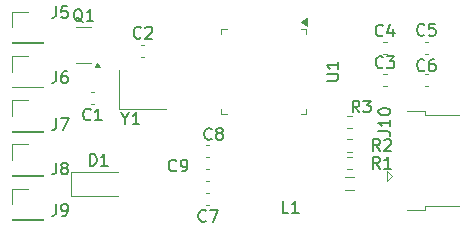
<source format=gbr>
%TF.GenerationSoftware,KiCad,Pcbnew,8.0.4+dfsg-1*%
%TF.CreationDate,2024-12-18T14:37:18+00:00*%
%TF.ProjectId,single-sided-radio-interface,73696e67-6c65-42d7-9369-6465642d7261,rev?*%
%TF.SameCoordinates,Original*%
%TF.FileFunction,Legend,Top*%
%TF.FilePolarity,Positive*%
%FSLAX46Y46*%
G04 Gerber Fmt 4.6, Leading zero omitted, Abs format (unit mm)*
G04 Created by KiCad (PCBNEW 8.0.4+dfsg-1) date 2024-12-18 14:37:18*
%MOMM*%
%LPD*%
G01*
G04 APERTURE LIST*
%ADD10C,0.150000*%
%ADD11C,0.120000*%
G04 APERTURE END LIST*
D10*
X84273809Y-66978628D02*
X84273809Y-67454819D01*
X83940476Y-66454819D02*
X84273809Y-66978628D01*
X84273809Y-66978628D02*
X84607142Y-66454819D01*
X85464285Y-67454819D02*
X84892857Y-67454819D01*
X85178571Y-67454819D02*
X85178571Y-66454819D01*
X85178571Y-66454819D02*
X85083333Y-66597676D01*
X85083333Y-66597676D02*
X84988095Y-66692914D01*
X84988095Y-66692914D02*
X84892857Y-66740533D01*
X109583333Y-59859580D02*
X109535714Y-59907200D01*
X109535714Y-59907200D02*
X109392857Y-59954819D01*
X109392857Y-59954819D02*
X109297619Y-59954819D01*
X109297619Y-59954819D02*
X109154762Y-59907200D01*
X109154762Y-59907200D02*
X109059524Y-59811961D01*
X109059524Y-59811961D02*
X109011905Y-59716723D01*
X109011905Y-59716723D02*
X108964286Y-59526247D01*
X108964286Y-59526247D02*
X108964286Y-59383390D01*
X108964286Y-59383390D02*
X109011905Y-59192914D01*
X109011905Y-59192914D02*
X109059524Y-59097676D01*
X109059524Y-59097676D02*
X109154762Y-59002438D01*
X109154762Y-59002438D02*
X109297619Y-58954819D01*
X109297619Y-58954819D02*
X109392857Y-58954819D01*
X109392857Y-58954819D02*
X109535714Y-59002438D01*
X109535714Y-59002438D02*
X109583333Y-59050057D01*
X110488095Y-58954819D02*
X110011905Y-58954819D01*
X110011905Y-58954819D02*
X109964286Y-59431009D01*
X109964286Y-59431009D02*
X110011905Y-59383390D01*
X110011905Y-59383390D02*
X110107143Y-59335771D01*
X110107143Y-59335771D02*
X110345238Y-59335771D01*
X110345238Y-59335771D02*
X110440476Y-59383390D01*
X110440476Y-59383390D02*
X110488095Y-59431009D01*
X110488095Y-59431009D02*
X110535714Y-59526247D01*
X110535714Y-59526247D02*
X110535714Y-59764342D01*
X110535714Y-59764342D02*
X110488095Y-59859580D01*
X110488095Y-59859580D02*
X110440476Y-59907200D01*
X110440476Y-59907200D02*
X110345238Y-59954819D01*
X110345238Y-59954819D02*
X110107143Y-59954819D01*
X110107143Y-59954819D02*
X110011905Y-59907200D01*
X110011905Y-59907200D02*
X109964286Y-59859580D01*
X80654761Y-58800057D02*
X80559523Y-58752438D01*
X80559523Y-58752438D02*
X80464285Y-58657200D01*
X80464285Y-58657200D02*
X80321428Y-58514342D01*
X80321428Y-58514342D02*
X80226190Y-58466723D01*
X80226190Y-58466723D02*
X80130952Y-58466723D01*
X80178571Y-58704819D02*
X80083333Y-58657200D01*
X80083333Y-58657200D02*
X79988095Y-58561961D01*
X79988095Y-58561961D02*
X79940476Y-58371485D01*
X79940476Y-58371485D02*
X79940476Y-58038152D01*
X79940476Y-58038152D02*
X79988095Y-57847676D01*
X79988095Y-57847676D02*
X80083333Y-57752438D01*
X80083333Y-57752438D02*
X80178571Y-57704819D01*
X80178571Y-57704819D02*
X80369047Y-57704819D01*
X80369047Y-57704819D02*
X80464285Y-57752438D01*
X80464285Y-57752438D02*
X80559523Y-57847676D01*
X80559523Y-57847676D02*
X80607142Y-58038152D01*
X80607142Y-58038152D02*
X80607142Y-58371485D01*
X80607142Y-58371485D02*
X80559523Y-58561961D01*
X80559523Y-58561961D02*
X80464285Y-58657200D01*
X80464285Y-58657200D02*
X80369047Y-58704819D01*
X80369047Y-58704819D02*
X80178571Y-58704819D01*
X81559523Y-58704819D02*
X80988095Y-58704819D01*
X81273809Y-58704819D02*
X81273809Y-57704819D01*
X81273809Y-57704819D02*
X81178571Y-57847676D01*
X81178571Y-57847676D02*
X81083333Y-57942914D01*
X81083333Y-57942914D02*
X80988095Y-57990533D01*
X98083333Y-74954819D02*
X97607143Y-74954819D01*
X97607143Y-74954819D02*
X97607143Y-73954819D01*
X98940476Y-74954819D02*
X98369048Y-74954819D01*
X98654762Y-74954819D02*
X98654762Y-73954819D01*
X98654762Y-73954819D02*
X98559524Y-74097676D01*
X98559524Y-74097676D02*
X98464286Y-74192914D01*
X98464286Y-74192914D02*
X98369048Y-74240533D01*
X78416666Y-62954819D02*
X78416666Y-63669104D01*
X78416666Y-63669104D02*
X78369047Y-63811961D01*
X78369047Y-63811961D02*
X78273809Y-63907200D01*
X78273809Y-63907200D02*
X78130952Y-63954819D01*
X78130952Y-63954819D02*
X78035714Y-63954819D01*
X79321428Y-62954819D02*
X79130952Y-62954819D01*
X79130952Y-62954819D02*
X79035714Y-63002438D01*
X79035714Y-63002438D02*
X78988095Y-63050057D01*
X78988095Y-63050057D02*
X78892857Y-63192914D01*
X78892857Y-63192914D02*
X78845238Y-63383390D01*
X78845238Y-63383390D02*
X78845238Y-63764342D01*
X78845238Y-63764342D02*
X78892857Y-63859580D01*
X78892857Y-63859580D02*
X78940476Y-63907200D01*
X78940476Y-63907200D02*
X79035714Y-63954819D01*
X79035714Y-63954819D02*
X79226190Y-63954819D01*
X79226190Y-63954819D02*
X79321428Y-63907200D01*
X79321428Y-63907200D02*
X79369047Y-63859580D01*
X79369047Y-63859580D02*
X79416666Y-63764342D01*
X79416666Y-63764342D02*
X79416666Y-63526247D01*
X79416666Y-63526247D02*
X79369047Y-63431009D01*
X79369047Y-63431009D02*
X79321428Y-63383390D01*
X79321428Y-63383390D02*
X79226190Y-63335771D01*
X79226190Y-63335771D02*
X79035714Y-63335771D01*
X79035714Y-63335771D02*
X78940476Y-63383390D01*
X78940476Y-63383390D02*
X78892857Y-63431009D01*
X78892857Y-63431009D02*
X78845238Y-63526247D01*
X106083333Y-62609580D02*
X106035714Y-62657200D01*
X106035714Y-62657200D02*
X105892857Y-62704819D01*
X105892857Y-62704819D02*
X105797619Y-62704819D01*
X105797619Y-62704819D02*
X105654762Y-62657200D01*
X105654762Y-62657200D02*
X105559524Y-62561961D01*
X105559524Y-62561961D02*
X105511905Y-62466723D01*
X105511905Y-62466723D02*
X105464286Y-62276247D01*
X105464286Y-62276247D02*
X105464286Y-62133390D01*
X105464286Y-62133390D02*
X105511905Y-61942914D01*
X105511905Y-61942914D02*
X105559524Y-61847676D01*
X105559524Y-61847676D02*
X105654762Y-61752438D01*
X105654762Y-61752438D02*
X105797619Y-61704819D01*
X105797619Y-61704819D02*
X105892857Y-61704819D01*
X105892857Y-61704819D02*
X106035714Y-61752438D01*
X106035714Y-61752438D02*
X106083333Y-61800057D01*
X106416667Y-61704819D02*
X107035714Y-61704819D01*
X107035714Y-61704819D02*
X106702381Y-62085771D01*
X106702381Y-62085771D02*
X106845238Y-62085771D01*
X106845238Y-62085771D02*
X106940476Y-62133390D01*
X106940476Y-62133390D02*
X106988095Y-62181009D01*
X106988095Y-62181009D02*
X107035714Y-62276247D01*
X107035714Y-62276247D02*
X107035714Y-62514342D01*
X107035714Y-62514342D02*
X106988095Y-62609580D01*
X106988095Y-62609580D02*
X106940476Y-62657200D01*
X106940476Y-62657200D02*
X106845238Y-62704819D01*
X106845238Y-62704819D02*
X106559524Y-62704819D01*
X106559524Y-62704819D02*
X106464286Y-62657200D01*
X106464286Y-62657200D02*
X106416667Y-62609580D01*
X88583333Y-71359580D02*
X88535714Y-71407200D01*
X88535714Y-71407200D02*
X88392857Y-71454819D01*
X88392857Y-71454819D02*
X88297619Y-71454819D01*
X88297619Y-71454819D02*
X88154762Y-71407200D01*
X88154762Y-71407200D02*
X88059524Y-71311961D01*
X88059524Y-71311961D02*
X88011905Y-71216723D01*
X88011905Y-71216723D02*
X87964286Y-71026247D01*
X87964286Y-71026247D02*
X87964286Y-70883390D01*
X87964286Y-70883390D02*
X88011905Y-70692914D01*
X88011905Y-70692914D02*
X88059524Y-70597676D01*
X88059524Y-70597676D02*
X88154762Y-70502438D01*
X88154762Y-70502438D02*
X88297619Y-70454819D01*
X88297619Y-70454819D02*
X88392857Y-70454819D01*
X88392857Y-70454819D02*
X88535714Y-70502438D01*
X88535714Y-70502438D02*
X88583333Y-70550057D01*
X89059524Y-71454819D02*
X89250000Y-71454819D01*
X89250000Y-71454819D02*
X89345238Y-71407200D01*
X89345238Y-71407200D02*
X89392857Y-71359580D01*
X89392857Y-71359580D02*
X89488095Y-71216723D01*
X89488095Y-71216723D02*
X89535714Y-71026247D01*
X89535714Y-71026247D02*
X89535714Y-70645295D01*
X89535714Y-70645295D02*
X89488095Y-70550057D01*
X89488095Y-70550057D02*
X89440476Y-70502438D01*
X89440476Y-70502438D02*
X89345238Y-70454819D01*
X89345238Y-70454819D02*
X89154762Y-70454819D01*
X89154762Y-70454819D02*
X89059524Y-70502438D01*
X89059524Y-70502438D02*
X89011905Y-70550057D01*
X89011905Y-70550057D02*
X88964286Y-70645295D01*
X88964286Y-70645295D02*
X88964286Y-70883390D01*
X88964286Y-70883390D02*
X89011905Y-70978628D01*
X89011905Y-70978628D02*
X89059524Y-71026247D01*
X89059524Y-71026247D02*
X89154762Y-71073866D01*
X89154762Y-71073866D02*
X89345238Y-71073866D01*
X89345238Y-71073866D02*
X89440476Y-71026247D01*
X89440476Y-71026247D02*
X89488095Y-70978628D01*
X89488095Y-70978628D02*
X89535714Y-70883390D01*
X78416666Y-70704819D02*
X78416666Y-71419104D01*
X78416666Y-71419104D02*
X78369047Y-71561961D01*
X78369047Y-71561961D02*
X78273809Y-71657200D01*
X78273809Y-71657200D02*
X78130952Y-71704819D01*
X78130952Y-71704819D02*
X78035714Y-71704819D01*
X79035714Y-71133390D02*
X78940476Y-71085771D01*
X78940476Y-71085771D02*
X78892857Y-71038152D01*
X78892857Y-71038152D02*
X78845238Y-70942914D01*
X78845238Y-70942914D02*
X78845238Y-70895295D01*
X78845238Y-70895295D02*
X78892857Y-70800057D01*
X78892857Y-70800057D02*
X78940476Y-70752438D01*
X78940476Y-70752438D02*
X79035714Y-70704819D01*
X79035714Y-70704819D02*
X79226190Y-70704819D01*
X79226190Y-70704819D02*
X79321428Y-70752438D01*
X79321428Y-70752438D02*
X79369047Y-70800057D01*
X79369047Y-70800057D02*
X79416666Y-70895295D01*
X79416666Y-70895295D02*
X79416666Y-70942914D01*
X79416666Y-70942914D02*
X79369047Y-71038152D01*
X79369047Y-71038152D02*
X79321428Y-71085771D01*
X79321428Y-71085771D02*
X79226190Y-71133390D01*
X79226190Y-71133390D02*
X79035714Y-71133390D01*
X79035714Y-71133390D02*
X78940476Y-71181009D01*
X78940476Y-71181009D02*
X78892857Y-71228628D01*
X78892857Y-71228628D02*
X78845238Y-71323866D01*
X78845238Y-71323866D02*
X78845238Y-71514342D01*
X78845238Y-71514342D02*
X78892857Y-71609580D01*
X78892857Y-71609580D02*
X78940476Y-71657200D01*
X78940476Y-71657200D02*
X79035714Y-71704819D01*
X79035714Y-71704819D02*
X79226190Y-71704819D01*
X79226190Y-71704819D02*
X79321428Y-71657200D01*
X79321428Y-71657200D02*
X79369047Y-71609580D01*
X79369047Y-71609580D02*
X79416666Y-71514342D01*
X79416666Y-71514342D02*
X79416666Y-71323866D01*
X79416666Y-71323866D02*
X79369047Y-71228628D01*
X79369047Y-71228628D02*
X79321428Y-71181009D01*
X79321428Y-71181009D02*
X79226190Y-71133390D01*
X105833333Y-71204819D02*
X105500000Y-70728628D01*
X105261905Y-71204819D02*
X105261905Y-70204819D01*
X105261905Y-70204819D02*
X105642857Y-70204819D01*
X105642857Y-70204819D02*
X105738095Y-70252438D01*
X105738095Y-70252438D02*
X105785714Y-70300057D01*
X105785714Y-70300057D02*
X105833333Y-70395295D01*
X105833333Y-70395295D02*
X105833333Y-70538152D01*
X105833333Y-70538152D02*
X105785714Y-70633390D01*
X105785714Y-70633390D02*
X105738095Y-70681009D01*
X105738095Y-70681009D02*
X105642857Y-70728628D01*
X105642857Y-70728628D02*
X105261905Y-70728628D01*
X106785714Y-71204819D02*
X106214286Y-71204819D01*
X106500000Y-71204819D02*
X106500000Y-70204819D01*
X106500000Y-70204819D02*
X106404762Y-70347676D01*
X106404762Y-70347676D02*
X106309524Y-70442914D01*
X106309524Y-70442914D02*
X106214286Y-70490533D01*
X101304819Y-63761904D02*
X102114342Y-63761904D01*
X102114342Y-63761904D02*
X102209580Y-63714285D01*
X102209580Y-63714285D02*
X102257200Y-63666666D01*
X102257200Y-63666666D02*
X102304819Y-63571428D01*
X102304819Y-63571428D02*
X102304819Y-63380952D01*
X102304819Y-63380952D02*
X102257200Y-63285714D01*
X102257200Y-63285714D02*
X102209580Y-63238095D01*
X102209580Y-63238095D02*
X102114342Y-63190476D01*
X102114342Y-63190476D02*
X101304819Y-63190476D01*
X102304819Y-62190476D02*
X102304819Y-62761904D01*
X102304819Y-62476190D02*
X101304819Y-62476190D01*
X101304819Y-62476190D02*
X101447676Y-62571428D01*
X101447676Y-62571428D02*
X101542914Y-62666666D01*
X101542914Y-62666666D02*
X101590533Y-62761904D01*
X81261905Y-70954819D02*
X81261905Y-69954819D01*
X81261905Y-69954819D02*
X81500000Y-69954819D01*
X81500000Y-69954819D02*
X81642857Y-70002438D01*
X81642857Y-70002438D02*
X81738095Y-70097676D01*
X81738095Y-70097676D02*
X81785714Y-70192914D01*
X81785714Y-70192914D02*
X81833333Y-70383390D01*
X81833333Y-70383390D02*
X81833333Y-70526247D01*
X81833333Y-70526247D02*
X81785714Y-70716723D01*
X81785714Y-70716723D02*
X81738095Y-70811961D01*
X81738095Y-70811961D02*
X81642857Y-70907200D01*
X81642857Y-70907200D02*
X81500000Y-70954819D01*
X81500000Y-70954819D02*
X81261905Y-70954819D01*
X82785714Y-70954819D02*
X82214286Y-70954819D01*
X82500000Y-70954819D02*
X82500000Y-69954819D01*
X82500000Y-69954819D02*
X82404762Y-70097676D01*
X82404762Y-70097676D02*
X82309524Y-70192914D01*
X82309524Y-70192914D02*
X82214286Y-70240533D01*
X106083333Y-59929580D02*
X106035714Y-59977200D01*
X106035714Y-59977200D02*
X105892857Y-60024819D01*
X105892857Y-60024819D02*
X105797619Y-60024819D01*
X105797619Y-60024819D02*
X105654762Y-59977200D01*
X105654762Y-59977200D02*
X105559524Y-59881961D01*
X105559524Y-59881961D02*
X105511905Y-59786723D01*
X105511905Y-59786723D02*
X105464286Y-59596247D01*
X105464286Y-59596247D02*
X105464286Y-59453390D01*
X105464286Y-59453390D02*
X105511905Y-59262914D01*
X105511905Y-59262914D02*
X105559524Y-59167676D01*
X105559524Y-59167676D02*
X105654762Y-59072438D01*
X105654762Y-59072438D02*
X105797619Y-59024819D01*
X105797619Y-59024819D02*
X105892857Y-59024819D01*
X105892857Y-59024819D02*
X106035714Y-59072438D01*
X106035714Y-59072438D02*
X106083333Y-59120057D01*
X106940476Y-59358152D02*
X106940476Y-60024819D01*
X106702381Y-58977200D02*
X106464286Y-59691485D01*
X106464286Y-59691485D02*
X107083333Y-59691485D01*
X78416666Y-57454819D02*
X78416666Y-58169104D01*
X78416666Y-58169104D02*
X78369047Y-58311961D01*
X78369047Y-58311961D02*
X78273809Y-58407200D01*
X78273809Y-58407200D02*
X78130952Y-58454819D01*
X78130952Y-58454819D02*
X78035714Y-58454819D01*
X79369047Y-57454819D02*
X78892857Y-57454819D01*
X78892857Y-57454819D02*
X78845238Y-57931009D01*
X78845238Y-57931009D02*
X78892857Y-57883390D01*
X78892857Y-57883390D02*
X78988095Y-57835771D01*
X78988095Y-57835771D02*
X79226190Y-57835771D01*
X79226190Y-57835771D02*
X79321428Y-57883390D01*
X79321428Y-57883390D02*
X79369047Y-57931009D01*
X79369047Y-57931009D02*
X79416666Y-58026247D01*
X79416666Y-58026247D02*
X79416666Y-58264342D01*
X79416666Y-58264342D02*
X79369047Y-58359580D01*
X79369047Y-58359580D02*
X79321428Y-58407200D01*
X79321428Y-58407200D02*
X79226190Y-58454819D01*
X79226190Y-58454819D02*
X78988095Y-58454819D01*
X78988095Y-58454819D02*
X78892857Y-58407200D01*
X78892857Y-58407200D02*
X78845238Y-58359580D01*
X85583333Y-60109580D02*
X85535714Y-60157200D01*
X85535714Y-60157200D02*
X85392857Y-60204819D01*
X85392857Y-60204819D02*
X85297619Y-60204819D01*
X85297619Y-60204819D02*
X85154762Y-60157200D01*
X85154762Y-60157200D02*
X85059524Y-60061961D01*
X85059524Y-60061961D02*
X85011905Y-59966723D01*
X85011905Y-59966723D02*
X84964286Y-59776247D01*
X84964286Y-59776247D02*
X84964286Y-59633390D01*
X84964286Y-59633390D02*
X85011905Y-59442914D01*
X85011905Y-59442914D02*
X85059524Y-59347676D01*
X85059524Y-59347676D02*
X85154762Y-59252438D01*
X85154762Y-59252438D02*
X85297619Y-59204819D01*
X85297619Y-59204819D02*
X85392857Y-59204819D01*
X85392857Y-59204819D02*
X85535714Y-59252438D01*
X85535714Y-59252438D02*
X85583333Y-59300057D01*
X85964286Y-59300057D02*
X86011905Y-59252438D01*
X86011905Y-59252438D02*
X86107143Y-59204819D01*
X86107143Y-59204819D02*
X86345238Y-59204819D01*
X86345238Y-59204819D02*
X86440476Y-59252438D01*
X86440476Y-59252438D02*
X86488095Y-59300057D01*
X86488095Y-59300057D02*
X86535714Y-59395295D01*
X86535714Y-59395295D02*
X86535714Y-59490533D01*
X86535714Y-59490533D02*
X86488095Y-59633390D01*
X86488095Y-59633390D02*
X85916667Y-60204819D01*
X85916667Y-60204819D02*
X86535714Y-60204819D01*
X109583333Y-62859580D02*
X109535714Y-62907200D01*
X109535714Y-62907200D02*
X109392857Y-62954819D01*
X109392857Y-62954819D02*
X109297619Y-62954819D01*
X109297619Y-62954819D02*
X109154762Y-62907200D01*
X109154762Y-62907200D02*
X109059524Y-62811961D01*
X109059524Y-62811961D02*
X109011905Y-62716723D01*
X109011905Y-62716723D02*
X108964286Y-62526247D01*
X108964286Y-62526247D02*
X108964286Y-62383390D01*
X108964286Y-62383390D02*
X109011905Y-62192914D01*
X109011905Y-62192914D02*
X109059524Y-62097676D01*
X109059524Y-62097676D02*
X109154762Y-62002438D01*
X109154762Y-62002438D02*
X109297619Y-61954819D01*
X109297619Y-61954819D02*
X109392857Y-61954819D01*
X109392857Y-61954819D02*
X109535714Y-62002438D01*
X109535714Y-62002438D02*
X109583333Y-62050057D01*
X110440476Y-61954819D02*
X110250000Y-61954819D01*
X110250000Y-61954819D02*
X110154762Y-62002438D01*
X110154762Y-62002438D02*
X110107143Y-62050057D01*
X110107143Y-62050057D02*
X110011905Y-62192914D01*
X110011905Y-62192914D02*
X109964286Y-62383390D01*
X109964286Y-62383390D02*
X109964286Y-62764342D01*
X109964286Y-62764342D02*
X110011905Y-62859580D01*
X110011905Y-62859580D02*
X110059524Y-62907200D01*
X110059524Y-62907200D02*
X110154762Y-62954819D01*
X110154762Y-62954819D02*
X110345238Y-62954819D01*
X110345238Y-62954819D02*
X110440476Y-62907200D01*
X110440476Y-62907200D02*
X110488095Y-62859580D01*
X110488095Y-62859580D02*
X110535714Y-62764342D01*
X110535714Y-62764342D02*
X110535714Y-62526247D01*
X110535714Y-62526247D02*
X110488095Y-62431009D01*
X110488095Y-62431009D02*
X110440476Y-62383390D01*
X110440476Y-62383390D02*
X110345238Y-62335771D01*
X110345238Y-62335771D02*
X110154762Y-62335771D01*
X110154762Y-62335771D02*
X110059524Y-62383390D01*
X110059524Y-62383390D02*
X110011905Y-62431009D01*
X110011905Y-62431009D02*
X109964286Y-62526247D01*
X104083333Y-66454819D02*
X103750000Y-65978628D01*
X103511905Y-66454819D02*
X103511905Y-65454819D01*
X103511905Y-65454819D02*
X103892857Y-65454819D01*
X103892857Y-65454819D02*
X103988095Y-65502438D01*
X103988095Y-65502438D02*
X104035714Y-65550057D01*
X104035714Y-65550057D02*
X104083333Y-65645295D01*
X104083333Y-65645295D02*
X104083333Y-65788152D01*
X104083333Y-65788152D02*
X104035714Y-65883390D01*
X104035714Y-65883390D02*
X103988095Y-65931009D01*
X103988095Y-65931009D02*
X103892857Y-65978628D01*
X103892857Y-65978628D02*
X103511905Y-65978628D01*
X104416667Y-65454819D02*
X105035714Y-65454819D01*
X105035714Y-65454819D02*
X104702381Y-65835771D01*
X104702381Y-65835771D02*
X104845238Y-65835771D01*
X104845238Y-65835771D02*
X104940476Y-65883390D01*
X104940476Y-65883390D02*
X104988095Y-65931009D01*
X104988095Y-65931009D02*
X105035714Y-66026247D01*
X105035714Y-66026247D02*
X105035714Y-66264342D01*
X105035714Y-66264342D02*
X104988095Y-66359580D01*
X104988095Y-66359580D02*
X104940476Y-66407200D01*
X104940476Y-66407200D02*
X104845238Y-66454819D01*
X104845238Y-66454819D02*
X104559524Y-66454819D01*
X104559524Y-66454819D02*
X104464286Y-66407200D01*
X104464286Y-66407200D02*
X104416667Y-66359580D01*
X81333333Y-67039580D02*
X81285714Y-67087200D01*
X81285714Y-67087200D02*
X81142857Y-67134819D01*
X81142857Y-67134819D02*
X81047619Y-67134819D01*
X81047619Y-67134819D02*
X80904762Y-67087200D01*
X80904762Y-67087200D02*
X80809524Y-66991961D01*
X80809524Y-66991961D02*
X80761905Y-66896723D01*
X80761905Y-66896723D02*
X80714286Y-66706247D01*
X80714286Y-66706247D02*
X80714286Y-66563390D01*
X80714286Y-66563390D02*
X80761905Y-66372914D01*
X80761905Y-66372914D02*
X80809524Y-66277676D01*
X80809524Y-66277676D02*
X80904762Y-66182438D01*
X80904762Y-66182438D02*
X81047619Y-66134819D01*
X81047619Y-66134819D02*
X81142857Y-66134819D01*
X81142857Y-66134819D02*
X81285714Y-66182438D01*
X81285714Y-66182438D02*
X81333333Y-66230057D01*
X82285714Y-67134819D02*
X81714286Y-67134819D01*
X82000000Y-67134819D02*
X82000000Y-66134819D01*
X82000000Y-66134819D02*
X81904762Y-66277676D01*
X81904762Y-66277676D02*
X81809524Y-66372914D01*
X81809524Y-66372914D02*
X81714286Y-66420533D01*
X105704819Y-68059523D02*
X106419104Y-68059523D01*
X106419104Y-68059523D02*
X106561961Y-68107142D01*
X106561961Y-68107142D02*
X106657200Y-68202380D01*
X106657200Y-68202380D02*
X106704819Y-68345237D01*
X106704819Y-68345237D02*
X106704819Y-68440475D01*
X106704819Y-67059523D02*
X106704819Y-67630951D01*
X106704819Y-67345237D02*
X105704819Y-67345237D01*
X105704819Y-67345237D02*
X105847676Y-67440475D01*
X105847676Y-67440475D02*
X105942914Y-67535713D01*
X105942914Y-67535713D02*
X105990533Y-67630951D01*
X105704819Y-66440475D02*
X105704819Y-66345237D01*
X105704819Y-66345237D02*
X105752438Y-66249999D01*
X105752438Y-66249999D02*
X105800057Y-66202380D01*
X105800057Y-66202380D02*
X105895295Y-66154761D01*
X105895295Y-66154761D02*
X106085771Y-66107142D01*
X106085771Y-66107142D02*
X106323866Y-66107142D01*
X106323866Y-66107142D02*
X106514342Y-66154761D01*
X106514342Y-66154761D02*
X106609580Y-66202380D01*
X106609580Y-66202380D02*
X106657200Y-66249999D01*
X106657200Y-66249999D02*
X106704819Y-66345237D01*
X106704819Y-66345237D02*
X106704819Y-66440475D01*
X106704819Y-66440475D02*
X106657200Y-66535713D01*
X106657200Y-66535713D02*
X106609580Y-66583332D01*
X106609580Y-66583332D02*
X106514342Y-66630951D01*
X106514342Y-66630951D02*
X106323866Y-66678570D01*
X106323866Y-66678570D02*
X106085771Y-66678570D01*
X106085771Y-66678570D02*
X105895295Y-66630951D01*
X105895295Y-66630951D02*
X105800057Y-66583332D01*
X105800057Y-66583332D02*
X105752438Y-66535713D01*
X105752438Y-66535713D02*
X105704819Y-66440475D01*
X78416666Y-66954819D02*
X78416666Y-67669104D01*
X78416666Y-67669104D02*
X78369047Y-67811961D01*
X78369047Y-67811961D02*
X78273809Y-67907200D01*
X78273809Y-67907200D02*
X78130952Y-67954819D01*
X78130952Y-67954819D02*
X78035714Y-67954819D01*
X78797619Y-66954819D02*
X79464285Y-66954819D01*
X79464285Y-66954819D02*
X79035714Y-67954819D01*
X91583333Y-68679580D02*
X91535714Y-68727200D01*
X91535714Y-68727200D02*
X91392857Y-68774819D01*
X91392857Y-68774819D02*
X91297619Y-68774819D01*
X91297619Y-68774819D02*
X91154762Y-68727200D01*
X91154762Y-68727200D02*
X91059524Y-68631961D01*
X91059524Y-68631961D02*
X91011905Y-68536723D01*
X91011905Y-68536723D02*
X90964286Y-68346247D01*
X90964286Y-68346247D02*
X90964286Y-68203390D01*
X90964286Y-68203390D02*
X91011905Y-68012914D01*
X91011905Y-68012914D02*
X91059524Y-67917676D01*
X91059524Y-67917676D02*
X91154762Y-67822438D01*
X91154762Y-67822438D02*
X91297619Y-67774819D01*
X91297619Y-67774819D02*
X91392857Y-67774819D01*
X91392857Y-67774819D02*
X91535714Y-67822438D01*
X91535714Y-67822438D02*
X91583333Y-67870057D01*
X92154762Y-68203390D02*
X92059524Y-68155771D01*
X92059524Y-68155771D02*
X92011905Y-68108152D01*
X92011905Y-68108152D02*
X91964286Y-68012914D01*
X91964286Y-68012914D02*
X91964286Y-67965295D01*
X91964286Y-67965295D02*
X92011905Y-67870057D01*
X92011905Y-67870057D02*
X92059524Y-67822438D01*
X92059524Y-67822438D02*
X92154762Y-67774819D01*
X92154762Y-67774819D02*
X92345238Y-67774819D01*
X92345238Y-67774819D02*
X92440476Y-67822438D01*
X92440476Y-67822438D02*
X92488095Y-67870057D01*
X92488095Y-67870057D02*
X92535714Y-67965295D01*
X92535714Y-67965295D02*
X92535714Y-68012914D01*
X92535714Y-68012914D02*
X92488095Y-68108152D01*
X92488095Y-68108152D02*
X92440476Y-68155771D01*
X92440476Y-68155771D02*
X92345238Y-68203390D01*
X92345238Y-68203390D02*
X92154762Y-68203390D01*
X92154762Y-68203390D02*
X92059524Y-68251009D01*
X92059524Y-68251009D02*
X92011905Y-68298628D01*
X92011905Y-68298628D02*
X91964286Y-68393866D01*
X91964286Y-68393866D02*
X91964286Y-68584342D01*
X91964286Y-68584342D02*
X92011905Y-68679580D01*
X92011905Y-68679580D02*
X92059524Y-68727200D01*
X92059524Y-68727200D02*
X92154762Y-68774819D01*
X92154762Y-68774819D02*
X92345238Y-68774819D01*
X92345238Y-68774819D02*
X92440476Y-68727200D01*
X92440476Y-68727200D02*
X92488095Y-68679580D01*
X92488095Y-68679580D02*
X92535714Y-68584342D01*
X92535714Y-68584342D02*
X92535714Y-68393866D01*
X92535714Y-68393866D02*
X92488095Y-68298628D01*
X92488095Y-68298628D02*
X92440476Y-68251009D01*
X92440476Y-68251009D02*
X92345238Y-68203390D01*
X105833333Y-69704819D02*
X105500000Y-69228628D01*
X105261905Y-69704819D02*
X105261905Y-68704819D01*
X105261905Y-68704819D02*
X105642857Y-68704819D01*
X105642857Y-68704819D02*
X105738095Y-68752438D01*
X105738095Y-68752438D02*
X105785714Y-68800057D01*
X105785714Y-68800057D02*
X105833333Y-68895295D01*
X105833333Y-68895295D02*
X105833333Y-69038152D01*
X105833333Y-69038152D02*
X105785714Y-69133390D01*
X105785714Y-69133390D02*
X105738095Y-69181009D01*
X105738095Y-69181009D02*
X105642857Y-69228628D01*
X105642857Y-69228628D02*
X105261905Y-69228628D01*
X106214286Y-68800057D02*
X106261905Y-68752438D01*
X106261905Y-68752438D02*
X106357143Y-68704819D01*
X106357143Y-68704819D02*
X106595238Y-68704819D01*
X106595238Y-68704819D02*
X106690476Y-68752438D01*
X106690476Y-68752438D02*
X106738095Y-68800057D01*
X106738095Y-68800057D02*
X106785714Y-68895295D01*
X106785714Y-68895295D02*
X106785714Y-68990533D01*
X106785714Y-68990533D02*
X106738095Y-69133390D01*
X106738095Y-69133390D02*
X106166667Y-69704819D01*
X106166667Y-69704819D02*
X106785714Y-69704819D01*
X78416666Y-74204819D02*
X78416666Y-74919104D01*
X78416666Y-74919104D02*
X78369047Y-75061961D01*
X78369047Y-75061961D02*
X78273809Y-75157200D01*
X78273809Y-75157200D02*
X78130952Y-75204819D01*
X78130952Y-75204819D02*
X78035714Y-75204819D01*
X78940476Y-75204819D02*
X79130952Y-75204819D01*
X79130952Y-75204819D02*
X79226190Y-75157200D01*
X79226190Y-75157200D02*
X79273809Y-75109580D01*
X79273809Y-75109580D02*
X79369047Y-74966723D01*
X79369047Y-74966723D02*
X79416666Y-74776247D01*
X79416666Y-74776247D02*
X79416666Y-74395295D01*
X79416666Y-74395295D02*
X79369047Y-74300057D01*
X79369047Y-74300057D02*
X79321428Y-74252438D01*
X79321428Y-74252438D02*
X79226190Y-74204819D01*
X79226190Y-74204819D02*
X79035714Y-74204819D01*
X79035714Y-74204819D02*
X78940476Y-74252438D01*
X78940476Y-74252438D02*
X78892857Y-74300057D01*
X78892857Y-74300057D02*
X78845238Y-74395295D01*
X78845238Y-74395295D02*
X78845238Y-74633390D01*
X78845238Y-74633390D02*
X78892857Y-74728628D01*
X78892857Y-74728628D02*
X78940476Y-74776247D01*
X78940476Y-74776247D02*
X79035714Y-74823866D01*
X79035714Y-74823866D02*
X79226190Y-74823866D01*
X79226190Y-74823866D02*
X79321428Y-74776247D01*
X79321428Y-74776247D02*
X79369047Y-74728628D01*
X79369047Y-74728628D02*
X79416666Y-74633390D01*
X91083333Y-75609580D02*
X91035714Y-75657200D01*
X91035714Y-75657200D02*
X90892857Y-75704819D01*
X90892857Y-75704819D02*
X90797619Y-75704819D01*
X90797619Y-75704819D02*
X90654762Y-75657200D01*
X90654762Y-75657200D02*
X90559524Y-75561961D01*
X90559524Y-75561961D02*
X90511905Y-75466723D01*
X90511905Y-75466723D02*
X90464286Y-75276247D01*
X90464286Y-75276247D02*
X90464286Y-75133390D01*
X90464286Y-75133390D02*
X90511905Y-74942914D01*
X90511905Y-74942914D02*
X90559524Y-74847676D01*
X90559524Y-74847676D02*
X90654762Y-74752438D01*
X90654762Y-74752438D02*
X90797619Y-74704819D01*
X90797619Y-74704819D02*
X90892857Y-74704819D01*
X90892857Y-74704819D02*
X91035714Y-74752438D01*
X91035714Y-74752438D02*
X91083333Y-74800057D01*
X91416667Y-74704819D02*
X92083333Y-74704819D01*
X92083333Y-74704819D02*
X91654762Y-75704819D01*
D11*
%TO.C,Y1*%
X83750000Y-62850000D02*
X83750000Y-66150000D01*
X83750000Y-66150000D02*
X87750000Y-66150000D01*
%TO.C,C5*%
X109890580Y-60490000D02*
X109609420Y-60490000D01*
X109890580Y-61510000D02*
X109609420Y-61510000D01*
%TO.C,Q1*%
X80750000Y-59190000D02*
X80100000Y-59190000D01*
X80750000Y-59190000D02*
X81400000Y-59190000D01*
X80750000Y-62310000D02*
X80100000Y-62310000D01*
X80750000Y-62310000D02*
X81400000Y-62310000D01*
X82152500Y-62590000D02*
X81672500Y-62590000D01*
X81912500Y-62260000D01*
X82152500Y-62590000D01*
G36*
X82152500Y-62590000D02*
G01*
X81672500Y-62590000D01*
X81912500Y-62260000D01*
X82152500Y-62590000D01*
G37*
%TO.C,L1*%
X102850378Y-71940000D02*
X103649622Y-71940000D01*
X102850378Y-73060000D02*
X103649622Y-73060000D01*
%TO.C,J6*%
X74670000Y-61670000D02*
X76000000Y-61670000D01*
X74670000Y-63000000D02*
X74670000Y-61670000D01*
X74670000Y-64270000D02*
X74670000Y-64330000D01*
X74670000Y-64270000D02*
X77330000Y-64270000D01*
X74670000Y-64330000D02*
X77330000Y-64330000D01*
X77330000Y-64270000D02*
X77330000Y-64330000D01*
%TO.C,C3*%
X106109420Y-63240000D02*
X106390580Y-63240000D01*
X106109420Y-64260000D02*
X106390580Y-64260000D01*
%TO.C,C9*%
X91109420Y-71240000D02*
X91390580Y-71240000D01*
X91109420Y-72260000D02*
X91390580Y-72260000D01*
%TO.C,J8*%
X74670000Y-69170000D02*
X76000000Y-69170000D01*
X74670000Y-70500000D02*
X74670000Y-69170000D01*
X74670000Y-71770000D02*
X74670000Y-71830000D01*
X74670000Y-71770000D02*
X77330000Y-71770000D01*
X74670000Y-71830000D02*
X77330000Y-71830000D01*
X77330000Y-71770000D02*
X77330000Y-71830000D01*
%TO.C,R1*%
X103012742Y-70227500D02*
X103487258Y-70227500D01*
X103012742Y-71272500D02*
X103487258Y-71272500D01*
%TO.C,U1*%
X92390000Y-59390000D02*
X92840000Y-59390000D01*
X92390000Y-59840000D02*
X92390000Y-59390000D01*
X92390000Y-66160000D02*
X92390000Y-66610000D01*
X92390000Y-66610000D02*
X92840000Y-66610000D01*
X99610000Y-59390000D02*
X99160000Y-59390000D01*
X99610000Y-59840000D02*
X99610000Y-59390000D01*
X99610000Y-66160000D02*
X99610000Y-66610000D01*
X99610000Y-66610000D02*
X99160000Y-66610000D01*
X99630000Y-59140000D02*
X99160000Y-58800000D01*
X99630000Y-58460000D01*
X99630000Y-59140000D01*
G36*
X99630000Y-59140000D02*
G01*
X99160000Y-58800000D01*
X99630000Y-58460000D01*
X99630000Y-59140000D01*
G37*
%TO.C,D1*%
X79640000Y-71500000D02*
X79640000Y-73500000D01*
X79640000Y-71500000D02*
X83650000Y-71500000D01*
X79640000Y-73500000D02*
X83650000Y-73500000D01*
%TO.C,C4*%
X106109420Y-60490000D02*
X106390580Y-60490000D01*
X106109420Y-61510000D02*
X106390580Y-61510000D01*
%TO.C,J5*%
X74670000Y-57920000D02*
X76000000Y-57920000D01*
X74670000Y-59250000D02*
X74670000Y-57920000D01*
X74670000Y-60520000D02*
X74670000Y-60580000D01*
X74670000Y-60520000D02*
X77330000Y-60520000D01*
X74670000Y-60580000D02*
X77330000Y-60580000D01*
X77330000Y-60520000D02*
X77330000Y-60580000D01*
%TO.C,C2*%
X85609420Y-60740000D02*
X85890580Y-60740000D01*
X85609420Y-61760000D02*
X85890580Y-61760000D01*
%TO.C,C6*%
X109890580Y-63240000D02*
X109609420Y-63240000D01*
X109890580Y-64260000D02*
X109609420Y-64260000D01*
%TO.C,R3*%
X103012742Y-66727500D02*
X103487258Y-66727500D01*
X103012742Y-67772500D02*
X103487258Y-67772500D01*
%TO.C,C1*%
X81640580Y-65760000D02*
X81359420Y-65760000D01*
X81640580Y-64740000D02*
X81359420Y-64740000D01*
%TO.C,J10*%
X106435000Y-71425000D02*
X106885000Y-71825000D01*
X106435000Y-72225000D02*
X106435000Y-71425000D01*
X106885000Y-71825000D02*
X106435000Y-72225000D01*
X109685000Y-66375000D02*
X108135000Y-66375000D01*
X109685000Y-66675000D02*
X109685000Y-66375000D01*
X109685000Y-74675000D02*
X108135000Y-74675000D01*
X109685000Y-74675000D02*
X109685000Y-74375000D01*
X112485000Y-66675000D02*
X109685000Y-66675000D01*
X112485000Y-74375000D02*
X109685000Y-74375000D01*
%TO.C,J7*%
X74670000Y-65420000D02*
X76000000Y-65420000D01*
X74670000Y-66750000D02*
X74670000Y-65420000D01*
X74670000Y-68020000D02*
X74670000Y-68080000D01*
X74670000Y-68020000D02*
X77330000Y-68020000D01*
X74670000Y-68080000D02*
X77330000Y-68080000D01*
X77330000Y-68020000D02*
X77330000Y-68080000D01*
%TO.C,C8*%
X91109420Y-69240000D02*
X91390580Y-69240000D01*
X91109420Y-70260000D02*
X91390580Y-70260000D01*
%TO.C,R2*%
X103487258Y-68727500D02*
X103012742Y-68727500D01*
X103487258Y-69772500D02*
X103012742Y-69772500D01*
%TO.C,J9*%
X74670000Y-72920000D02*
X76000000Y-72920000D01*
X74670000Y-74250000D02*
X74670000Y-72920000D01*
X74670000Y-75520000D02*
X74670000Y-75580000D01*
X74670000Y-75520000D02*
X77330000Y-75520000D01*
X74670000Y-75580000D02*
X77330000Y-75580000D01*
X77330000Y-75520000D02*
X77330000Y-75580000D01*
%TO.C,C7*%
X91109420Y-73240000D02*
X91390580Y-73240000D01*
X91109420Y-74260000D02*
X91390580Y-74260000D01*
%TD*%
M02*

</source>
